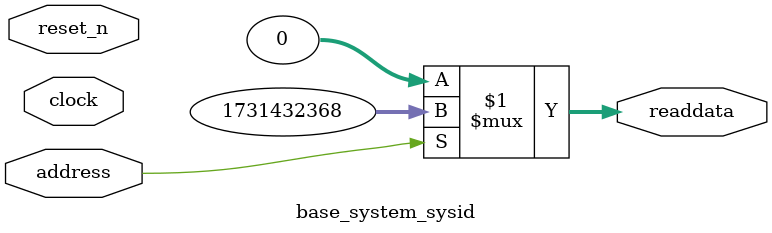
<source format=v>



// synthesis translate_off
`timescale 1ns / 1ps
// synthesis translate_on

// turn off superfluous verilog processor warnings 
// altera message_level Level1 
// altera message_off 10034 10035 10036 10037 10230 10240 10030 

module base_system_sysid (
               // inputs:
                address,
                clock,
                reset_n,

               // outputs:
                readdata
             )
;

  output  [ 31: 0] readdata;
  input            address;
  input            clock;
  input            reset_n;

  wire    [ 31: 0] readdata;
  //control_slave, which is an e_avalon_slave
  assign readdata = address ? 1731432368 : 0;

endmodule



</source>
